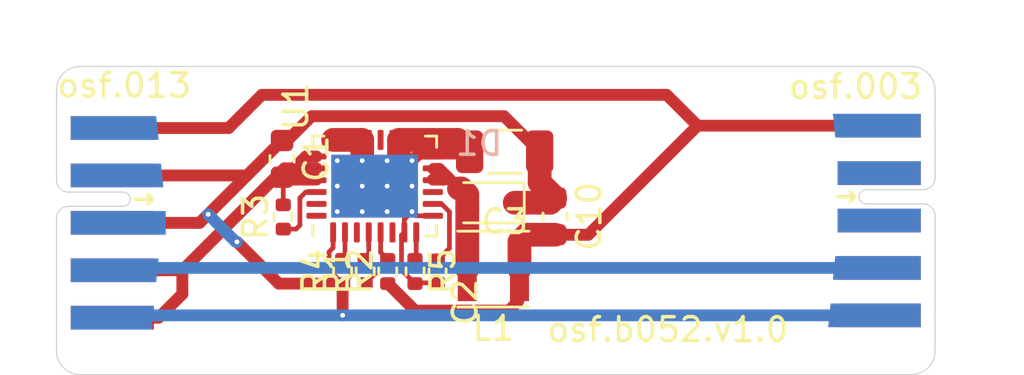
<source format=kicad_pcb>
(kicad_pcb (version 20211014) (generator pcbnew)
  (layers (0 "F.Cu" signal) (31 "B.Cu" signal) (34 "B.Paste" user) (35 "F.Paste" user) (36 "B.SilkS" user "B.Silkscreen") (37 "F.SilkS" user "F.Silkscreen") (38 "B.Mask" user) (39 "F.Mask" user) (44 "Edge.Cuts" user))
  (net 0 "")
  (net 1 "GND")
  (net 2 "/Controller/VCC")
  (net 3 "/Controller/SW")
  (net 4 "/Controller/PoE-")
  (net 5 "/Controller/GNDPWR")
  (net 6 "/Controller/5V")
  (net 7 "/Controller/FB2")
  (net 8 "/Controller/CLASS")
  (net 9 "/Controller/DET")
  (net 10 "/Controller/ILIM")
  (net 13 "Net-(J1-Pad9)")
  (footprint "on_edge:on_edge_2x05_device" (layer "F.Cu") (at 77 80.6 -90)
    (fp_text reference "J1")
    (fp_text value "013_PoE_rectified")
    (fp_line (start -1 -4.05) (end -0.8 -3.85) (layer "F.SilkS") (width 0.153))
    (fp_line (start -1.2 -3.85) (end -1 -4.05) (layer "F.SilkS") (width 0.153))
    (fp_line (start -1 -4.05) (end -1 -3.323) (layer "F.SilkS") (width 0.153))
    (fp_line (start -0.2 0) (end 4 0) (layer "Edge.Cuts") (width 0.05))
    (fp_line (start -0.7 -0.5) (end -0.7 -2.8) (layer "Edge.Cuts") (width 0.05))
    (fp_line (start -1.3 -2.8) (end -1.3 -0.5) (layer "Edge.Cuts") (width 0.05))
    (fp_line (start -4 0) (end -1.8 0) (layer "Edge.Cuts") (width 0.05))
    (fp_arc (start -1.3 -2.8) (mid -1 -3.1) (end -0.7 -2.8) (layer "Edge.Cuts") (width 0.05))
    (fp_arc (start -0.2 0) (mid -0.553553 -0.146447) (end -0.7 -0.5) (layer "Edge.Cuts") (width 0.05))
    (fp_arc (start -1.3 -0.5) (mid -1.446447 -0.146447) (end -1.8 0) (layer "Edge.Cuts") (width 0.05))
    (pad "1" smd rect (at -4 -2.35 90) (size 1 3.5) (layers "F.Cu" "F.Mask") (net 1 "GND"))
    (pad "2" smd rect (at -2 -2.35 270) (size 1 3.5) (layers "F.Cu" "F.Mask") (net 6 "/Controller/5V"))
    (pad "3" smd rect (at 0 -2.35 270) (size 1 3.5) (layers "F.Cu" "F.Mask") (net 6 "/Controller/5V"))
    (pad "4" smd rect (at 2 -2.35 90) (size 1 3.5) (layers "F.Cu" "F.Mask") (net 4 "/Controller/PoE-"))
    (pad "5" smd rect (at 4 -2.35 90) (size 1 3.5) (layers "F.Cu" "F.Mask") (net 4 "/Controller/PoE-"))
    (pad "6" smd custom (at -4 -2.4 270) (size 1 3.6) (layers "B.Cu" "B.Mask") (options (clearance outline) (anchor rect)) (primitives (gr_poly (pts (xy 0.5 -1.8) (xy 0.5 -1.9) (xy -0.5 -1.8)) (width 0) (fill yes))))
    (pad "7" smd custom (at -2 -2.1 270) (size 1 3) (layers "B.Cu" "B.Mask") (options (clearance outline) (anchor rect)) (primitives (gr_poly (pts (xy 0.3 -0.51) (xy 0.31 -0.62) (xy 0.33 -0.7) (xy 0.35 -0.76) (xy 0.37 -0.81) (xy 0.4 -0.86) (xy 0.44 -0.92) (xy 0.48 -0.97) (xy 0.5 -0.99) (xy 0.5 -2.4) (xy -0.5 -2.3) (xy -0.5 1.5) (xy 0.3 1.5)) (width 0) (fill yes))))
    (pad "8" smd rect (at 0 -2.6 270) (size 1 4) (layers "B.Cu" "B.Mask"))
    (pad "9" smd custom (at 2 -2.4 270) (size 1 3.6) (layers "B.Cu" "B.Mask") (net 13 "Net-(J1-Pad9)") (options (clearance outline) (anchor rect)) (primitives (gr_poly (pts (xy -0.5 -1.8) (xy -0.5 -1.9) (xy 0.5 -1.8)) (width 0) (fill yes))))
    (pad "10" smd custom (at 4 -2.3 270) (size 1 3.4) (layers "B.Cu" "B.Mask") (net 6 "/Controller/5V") (options (clearance outline) (anchor rect)) (primitives (gr_poly (pts (xy -0.5 -1.7) (xy -0.5 -1.8) (xy 0.5 -1.7)) (width 0) (fill yes))))
  )
  (footprint "Capacitor_SMD:C_0603_1608Metric" (layer "F.Cu") (at 86.5 77.9 -90)
    (fp_text reference "C1" (at 0 -1.43 90) (layer "F.SilkS"))
    (fp_text value "100nF")
    (fp_line (start -0.14058 -0.51) (end 0.14058 -0.51) (layer "F.SilkS") (width 0.12))
    (fp_line (start -0.14058 0.51) (end 0.14058 0.51) (layer "F.SilkS") (width 0.12))
    (pad "1" smd roundrect (at -0.775 0 270) (size 0.9 0.95) (layers "F.Cu" "F.Paste" "F.Mask") (net 6 "/Controller/5V"))
    (pad "2" smd roundrect (at 0.775 0 270) (size 0.9 0.95) (layers "F.Cu" "F.Paste" "F.Mask") (net 4 "/Controller/PoE-"))
  )
  (footprint "Capacitor_SMD:C_0402_1005Metric" (layer "F.Cu") (at 93.05 82.65 -90)
    (fp_text reference "C2" (at 1.3 -1.16 90) (layer "F.SilkS"))
    (fp_text value "1uF")
    (fp_line (start -0.107836 -0.36) (end 0.107836 -0.36) (layer "F.SilkS") (width 0.12))
    (fp_line (start -0.107836 0.36) (end 0.107836 0.36) (layer "F.SilkS") (width 0.12))
    (pad "1" smd roundrect (at -0.48 0 270) (size 0.56 0.62) (layers "F.Cu" "F.Paste" "F.Mask") (net 2 "/Controller/VCC"))
    (pad "2" smd roundrect (at 0.48 0 270) (size 0.56 0.62) (layers "F.Cu" "F.Paste" "F.Mask") (net 5 "/Controller/GNDPWR"))
  )
  (footprint "Resistor_SMD:R_0402_1005Metric" (layer "F.Cu") (at 90 82.65 90)
    (fp_text reference "R1" (at 0 -1.17 90) (layer "F.SilkS"))
    (fp_text value "59k")
    (fp_line (start -0.153641 0.38) (end 0.153641 0.38) (layer "F.SilkS") (width 0.12))
    (fp_line (start -0.153641 -0.38) (end 0.153641 -0.38) (layer "F.SilkS") (width 0.12))
    (pad "1" smd roundrect (at -0.51 0 90) (size 0.54 0.64) (layers "F.Cu" "F.Paste" "F.Mask") (net 7 "/Controller/FB2"))
    (pad "2" smd roundrect (at 0.51 0 90) (size 0.54 0.64) (layers "F.Cu" "F.Paste" "F.Mask") (net 6 "/Controller/5V"))
  )
  (footprint "Resistor_SMD:R_0402_1005Metric" (layer "F.Cu") (at 90.95 82.65 90)
    (fp_text reference "R2" (at 0 -1.17 90) (layer "F.SilkS"))
    (fp_text value "100k")
    (fp_line (start -0.153641 0.38) (end 0.153641 0.38) (layer "F.SilkS") (width 0.12))
    (fp_line (start -0.153641 -0.38) (end 0.153641 -0.38) (layer "F.SilkS") (width 0.12))
    (pad "1" smd roundrect (at -0.51 0 90) (size 0.54 0.64) (layers "F.Cu" "F.Paste" "F.Mask") (net 1 "GND"))
    (pad "2" smd roundrect (at 0.51 0 90) (size 0.54 0.64) (layers "F.Cu" "F.Paste" "F.Mask") (net 7 "/Controller/FB2"))
  )
  (footprint "Resistor_SMD:R_0402_1005Metric" (layer "F.Cu") (at 86.55 80.35 90)
    (fp_text reference "R3" (at 0 -1.17 90) (layer "F.SilkS"))
    (fp_text value "41.2R")
    (fp_line (start -0.153641 0.38) (end 0.153641 0.38) (layer "F.SilkS") (width 0.12))
    (fp_line (start -0.153641 -0.38) (end 0.153641 -0.38) (layer "F.SilkS") (width 0.12))
    (pad "1" smd roundrect (at -0.51 0 90) (size 0.54 0.64) (layers "F.Cu" "F.Paste" "F.Mask") (net 8 "/Controller/CLASS"))
    (pad "2" smd roundrect (at 0.51 0 90) (size 0.54 0.64) (layers "F.Cu" "F.Paste" "F.Mask") (net 4 "/Controller/PoE-"))
  )
  (footprint "Resistor_SMD:R_0402_1005Metric" (layer "F.Cu") (at 92.1 82.65 -90)
    (fp_text reference "R5" (at 0 -1.17 90) (layer "F.SilkS"))
    (fp_text value "100k")
    (fp_line (start -0.153641 0.38) (end 0.153641 0.38) (layer "F.SilkS") (width 0.12))
    (fp_line (start -0.153641 -0.38) (end 0.153641 -0.38) (layer "F.SilkS") (width 0.12))
    (pad "1" smd roundrect (at -0.51 0 270) (size 0.54 0.64) (layers "F.Cu" "F.Paste" "F.Mask") (net 10 "/Controller/ILIM"))
    (pad "2" smd roundrect (at 0.51 0 270) (size 0.54 0.64) (layers "F.Cu" "F.Paste" "F.Mask") (net 5 "/Controller/GNDPWR"))
  )
  (footprint "Package_DFN_QFN:QFN-28-1EP_4x5mm_P0.5mm_EP2.65x3.65mm_ThermalVias" (layer "F.Cu") (at 90.4 79.05 90)
    (fp_text reference "U1" (at 3.35 -3.32 90) (layer "F.SilkS"))
    (fp_text value "MP8007")
    (fp_line (start 1.635 2.61) (end 2.11 2.61) (layer "F.SilkS") (width 0.12))
    (fp_line (start 2.11 -2.61) (end 2.11 -2.135) (layer "F.SilkS") (width 0.12))
    (fp_line (start -1.635 -2.61) (end -2.11 -2.61) (layer "F.SilkS") (width 0.12))
    (fp_line (start 2.11 2.61) (end 2.11 2.135) (layer "F.SilkS") (width 0.12))
    (fp_line (start 1.635 -2.61) (end 2.11 -2.61) (layer "F.SilkS") (width 0.12))
    (fp_line (start -1.635 2.61) (end -2.11 2.61) (layer "F.SilkS") (width 0.12))
    (fp_line (start -2.11 2.61) (end -2.11 2.135) (layer "F.SilkS") (width 0.12))
    (pad "1" smd roundrect (at -1.95 -1.75 90) (size 0.85 0.25) (layers "F.Cu" "F.Paste" "F.Mask") (net 6 "/Controller/5V"))
    (pad "2" smd roundrect (at -1.95 -1.25 90) (size 0.85 0.25) (layers "F.Cu" "F.Paste" "F.Mask") (net 9 "/Controller/DET"))
    (pad "3" smd roundrect (at -1.95 -0.75 90) (size 0.85 0.25) (layers "F.Cu" "F.Paste" "F.Mask"))
    (pad "4" smd roundrect (at -1.95 -0.25 90) (size 0.85 0.25) (layers "F.Cu" "F.Paste" "F.Mask") (net 6 "/Controller/5V"))
    (pad "5" smd roundrect (at -1.95 0.25 90) (size 0.85 0.25) (layers "F.Cu" "F.Paste" "F.Mask") (net 7 "/Controller/FB2"))
    (pad "6" smd roundrect (at -1.95 0.75 90) (size 0.85 0.25) (layers "F.Cu" "F.Paste" "F.Mask"))
    (pad "7" smd roundrect (at -1.95 1.25 90) (size 0.85 0.25) (layers "F.Cu" "F.Paste" "F.Mask") (net 5 "/Controller/GNDPWR"))
    (pad "8" smd roundrect (at -1.95 1.75 90) (size 0.85 0.25) (layers "F.Cu" "F.Paste" "F.Mask") (net 10 "/Controller/ILIM"))
    (pad "9" smd roundrect (at -1.25 2.45 90) (size 0.25 0.85) (layers "F.Cu" "F.Paste" "F.Mask") (net 5 "/Controller/GNDPWR"))
    (pad "10" smd roundrect (at -0.75 2.45 90) (size 0.25 0.85) (layers "F.Cu" "F.Paste" "F.Mask") (net 2 "/Controller/VCC"))
    (pad "11" smd roundrect (at -0.25 2.45 90) (size 0.25 0.85) (layers "F.Cu" "F.Paste" "F.Mask"))
    (pad "12" smd roundrect (at 0.25 2.45 90) (size 0.25 0.85) (layers "F.Cu" "F.Paste" "F.Mask") (net 3 "/Controller/SW"))
    (pad "13" smd roundrect (at 0.75 2.45 90) (size 0.25 0.85) (layers "F.Cu" "F.Paste" "F.Mask") (net 3 "/Controller/SW"))
    (pad "14" smd roundrect (at 1.25 2.45 90) (size 0.25 0.85) (layers "F.Cu" "F.Paste" "F.Mask") (net 5 "/Controller/GNDPWR"))
    (pad "15" smd roundrect (at 1.95 1.75 90) (size 0.85 0.25) (layers "F.Cu" "F.Paste" "F.Mask") (net 5 "/Controller/GNDPWR"))
    (pad "16" smd roundrect (at 1.95 1.25 90) (size 0.85 0.25) (layers "F.Cu" "F.Paste" "F.Mask") (net 5 "/Controller/GNDPWR"))
    (pad "17" smd roundrect (at 1.95 0.75 90) (size 0.85 0.25) (layers "F.Cu" "F.Paste" "F.Mask") (net 5 "/Controller/GNDPWR"))
    (pad "18" smd roundrect (at 1.95 0.25 90) (size 0.85 0.25) (layers "F.Cu" "F.Paste" "F.Mask"))
    (pad "19" smd roundrect (at 1.95 -0.25 90) (size 0.85 0.25) (layers "F.Cu" "F.Paste" "F.Mask") (net 5 "/Controller/GNDPWR"))
    (pad "20" smd roundrect (at 1.95 -0.75 90) (size 0.85 0.25) (layers "F.Cu" "F.Paste" "F.Mask") (net 5 "/Controller/GNDPWR"))
    (pad "21" smd roundrect (at 1.95 -1.25 90) (size 0.85 0.25) (layers "F.Cu" "F.Paste" "F.Mask") (net 5 "/Controller/GNDPWR"))
    (pad "22" smd roundrect (at 1.95 -1.75 90) (size 0.85 0.25) (layers "F.Cu" "F.Paste" "F.Mask") (net 5 "/Controller/GNDPWR"))
    (pad "23" smd roundrect (at 1.25 -2.45 90) (size 0.25 0.85) (layers "F.Cu" "F.Paste" "F.Mask") (net 4 "/Controller/PoE-"))
    (pad "24" smd roundrect (at 0.75 -2.45 90) (size 0.25 0.85) (layers "F.Cu" "F.Paste" "F.Mask") (net 4 "/Controller/PoE-"))
    (pad "25" smd roundrect (at 0.25 -2.45 90) (size 0.25 0.85) (layers "F.Cu" "F.Paste" "F.Mask") (net 4 "/Controller/PoE-"))
    (pad "26" smd roundrect (at -0.25 -2.45 90) (size 0.25 0.85) (layers "F.Cu" "F.Paste" "F.Mask") (net 8 "/Controller/CLASS"))
    (pad "27" smd roundrect (at -0.75 -2.45 90) (size 0.25 0.85) (layers "F.Cu" "F.Paste" "F.Mask"))
    (pad "28" smd roundrect (at -1.25 -2.45 90) (size 0.25 0.85) (layers "F.Cu" "F.Paste" "F.Mask"))
    (pad "29" thru_hole circle (at 0 -1.575 90) (size 0.5 0.5) (drill 0.2) (layers *.Cu) (net 5 "/Controller/GNDPWR"))
    (pad "29" smd rect (at 0 0 90) (size 2.65 3.65) (layers "F.Cu" "F.Mask") (net 5 "/Controller/GNDPWR"))
    (pad "29" thru_hole circle (at -1.075 -0.525 90) (size 0.5 0.5) (drill 0.2) (layers *.Cu) (net 5 "/Controller/GNDPWR"))
    (pad "29" thru_hole circle (at 1.075 -0.525 90) (size 0.5 0.5) (drill 0.2) (layers *.Cu) (net 5 "/Controller/GNDPWR"))
    (pad "29" thru_hole circle (at 0 1.575 90) (size 0.5 0.5) (drill 0.2) (layers *.Cu) (net 5 "/Controller/GNDPWR"))
    (pad "29" thru_hole circle (at 1.075 0.525 90) (size 0.5 0.5) (drill 0.2) (layers *.Cu) (net 5 "/Controller/GNDPWR"))
    (pad "29" thru_hole circle (at -1.075 1.575 90) (size 0.5 0.5) (drill 0.2) (layers *.Cu) (net 5 "/Controller/GNDPWR"))
    (pad "29" thru_hole circle (at -1.075 0.525 90) (size 0.5 0.5) (drill 0.2) (layers *.Cu) (net 5 "/Controller/GNDPWR"))
    (pad "29" thru_hole circle (at 1.075 1.575 90) (size 0.5 0.5) (drill 0.2) (layers *.Cu) (net 5 "/Controller/GNDPWR"))
    (pad "29" thru_hole circle (at -1.075 -1.575 90) (size 0.5 0.5) (drill 0.2) (layers *.Cu) (net 5 "/Controller/GNDPWR"))
    (pad "29" thru_hole circle (at 0 -0.525 90) (size 0.5 0.5) (drill 0.2) (layers *.Cu) (net 5 "/Controller/GNDPWR"))
    (pad "29" thru_hole circle (at 1.075 -1.575 90) (size 0.5 0.5) (drill 0.2) (layers *.Cu) (net 5 "/Controller/GNDPWR"))
    (pad "29" thru_hole circle (at 0 0.525 90) (size 0.5 0.5) (drill 0.2) (layers *.Cu) (net 5 "/Controller/GNDPWR"))
    (pad "29" smd rect (at 0 0 90) (size 2.65 3.65) (layers "B.Cu") (net 5 "/Controller/GNDPWR"))
  )
  (footprint "Inductor_SMD:L_Taiyo-Yuden_NR-30xx" (layer "F.Cu") (at 95.4 82.55 180)
    (fp_text reference "L1" (at 0 -2.5) (layer "F.SilkS"))
    (fp_text value "22uH")
    (fp_line (start -1.5 -1.6) (end 1.5 -1.6) (layer "F.SilkS") (width 0.12))
    (fp_line (start -1.5 1.6) (end 1.5 1.6) (layer "F.SilkS") (width 0.12))
    (pad "1" smd rect (at -1.1 0 180) (size 0.8 2.7) (layers "F.Cu" "F.Paste" "F.Mask") (net 1 "GND"))
    (pad "2" smd rect (at 1.1 0 180) (size 0.8 2.7) (layers "F.Cu" "F.Paste" "F.Mask") (net 3 "/Controller/SW"))
  )
  (footprint "on_edge:on_edge_2x05_host" (layer "F.Cu") (at 114 80.5 -90)
    (fp_text reference "J2")
    (fp_text value "003_power")
    (fp_line (start -1 4.1) (end -1 3.373) (layer "F.SilkS") (width 0.153))
    (fp_line (start -0.8 3.573) (end -1 3.373) (layer "F.SilkS") (width 0.153))
    (fp_line (start -1 3.373) (end -1.2 3.573) (layer "F.SilkS") (width 0.153))
    (fp_line (start -4 0) (end -1.8 0) (layer "Edge.Cuts") (width 0.05))
    (fp_line (start -0.2 0) (end 4 0) (layer "Edge.Cuts") (width 0.05))
    (fp_line (start -0.7 2.9) (end -0.7 0.5) (layer "Edge.Cuts") (width 0.05))
    (fp_line (start -1.3 0.5) (end -1.3 2.9) (layer "Edge.Cuts") (width 0.05))
    (fp_arc (start -1.8 0) (mid -1.446447 0.146447) (end -1.3 0.5) (layer "Edge.Cuts") (width 0.05))
    (fp_arc (start -0.7 0.5) (mid -0.553553 0.146447) (end -0.2 0) (layer "Edge.Cuts") (width 0.05))
    (fp_arc (start -0.7 2.9) (mid -1 3.2) (end -1.3 2.9) (layer "Edge.Cuts") (width 0.05))
    (pad "1" smd rect (at -4 2.35 270) (size 1 3.5) (layers "F.Cu" "F.Mask") (net 1 "GND"))
    (pad "2" smd rect (at -2 2.35 270) (size 1 3.5) (layers "F.Cu" "F.Mask"))
    (pad "3" smd rect (at 0 2.35 270) (size 1 3.5) (layers "F.Cu" "F.Mask"))
    (pad "4" smd rect (at 2 2.35 270) (size 1 3.5) (layers "F.Cu" "F.Mask"))
    (pad "5" smd rect (at 4 2.35 270) (size 1 3.5) (layers "F.Cu" "F.Mask"))
    (pad "6" smd custom (at -4 2.4 90) (size 1 3.6) (layers "B.Cu" "B.Mask") (options (clearance outline) (anchor rect)) (primitives (gr_poly (pts (xy 0.5 -1.8) (xy -0.5 -1.8) (xy 0.5 -1.9)) (width 0) (fill yes))))
    (pad "7" smd rect (at -2 2.35 90) (size 1 3.5) (layers "B.Cu" "B.Mask"))
    (pad "8" smd rect (at 0 2.35 90) (size 1 3.5) (layers "B.Cu" "B.Mask"))
    (pad "9" smd custom (at 2 2.4 90) (size 1 3.6) (layers "B.Cu" "B.Mask") (net 13 "Net-(J1-Pad9)") (options (clearance outline) (anchor rect)) (primitives (gr_poly (pts (xy 0.5 -1.8) (xy -0.5 -1.8) (xy -0.5 -1.9)) (width 0) (fill yes))))
    (pad "10" smd custom (at 4 2.5 90) (size 1 3.8) (layers "B.Cu" "B.Mask") (net 6 "/Controller/5V") (options (clearance outline) (anchor rect)) (primitives (gr_poly (pts (xy 0.5 -1.9) (xy -0.5 -1.9) (xy -0.5 -2)) (width 0) (fill yes))))
  )
  (footprint "Resistor_SMD:R_0402_1005Metric" (layer "F.Cu") (at 89.05 82.65 90)
    (fp_text reference "R4" (at 0 -1.17 90) (layer "F.SilkS"))
    (fp_text value "24.9k")
    (fp_line (start -0.153641 0.38) (end 0.153641 0.38) (layer "F.SilkS") (width 0.12))
    (fp_line (start -0.153641 -0.38) (end 0.153641 -0.38) (layer "F.SilkS") (width 0.12))
    (pad "1" smd roundrect (at -0.51 0 90) (size 0.54 0.64) (layers "F.Cu" "F.Paste" "F.Mask") (net 6 "/Controller/5V"))
    (pad "2" smd roundrect (at 0.51 0 90) (size 0.54 0.64) (layers "F.Cu" "F.Paste" "F.Mask") (net 9 "/Controller/DET"))
  )
  (footprint "Capacitor_SMD:C_0603_1608Metric" (layer "F.Cu") (at 98 80.325 -90)
    (fp_text reference "C10" (at 0 -1.43 90) (layer "F.SilkS"))
    (fp_text value "22uF")
    (fp_line (start -0.14058 -0.51) (end 0.14058 -0.51) (layer "F.SilkS") (width 0.12))
    (fp_line (start -0.14058 0.51) (end 0.14058 0.51) (layer "F.SilkS") (width 0.12))
    (pad "1" smd roundrect (at -0.775 0 270) (size 0.9 0.95) (layers "F.Cu" "F.Paste" "F.Mask") (net 6 "/Controller/5V"))
    (pad "2" smd roundrect (at 0.775 0 270) (size 0.9 0.95) (layers "F.Cu" "F.Paste" "F.Mask") (net 1 "GND"))
  )
  (footprint "Diode_SMD:D_SOD-323F" (layer "F.Cu") (at 95.2 79.75 180)
    (fp_text reference "D1" (at 0.4 2.5) (layer "B.SilkS") (effects (justify mirror)))
    (fp_text value "DSS110U")
    (fp_line (start -1.5 -0.85) (end -1.5 0.85) (layer "F.SilkS") (width 0.12))
    (fp_line (start -1.5 0.85) (end 1.05 0.85) (layer "F.SilkS") (width 0.12))
    (fp_line (start -1.5 -0.85) (end 1.05 -0.85) (layer "F.SilkS") (width 0.12))
    (pad "1" smd rect (at -1.1 0 180) (size 0.5 0.5) (layers "F.Cu" "F.Paste" "F.Mask") (net 6 "/Controller/5V"))
    (pad "2" smd rect (at 1.1 0 180) (size 0.5 0.5) (layers "F.Cu" "F.Paste" "F.Mask") (net 3 "/Controller/SW"))
  )
  (footprint "Capacitor_SMD:C_1206_3216Metric" (layer "F.Cu") (at 95.875 77.6 180)
    (fp_text reference "C3" (at 0 -2.95) (layer "F.SilkS"))
    (fp_text value "2.2uF")
    (fp_line (start -0.711252 0.91) (end 0.711252 0.91) (layer "F.SilkS") (width 0.12))
    (fp_line (start -0.711252 -0.91) (end 0.711252 -0.91) (layer "F.SilkS") (width 0.12))
    (pad "1" smd roundrect (at -1.475 0 180) (size 1.15 1.8) (layers "F.Cu" "F.Paste" "F.Mask") (roundrect_rratio 0.217391) (net 6 "/Controller/5V"))
    (pad "2" smd roundrect (at 1.475 0 180) (size 1.15 1.8) (layers "F.Cu" "F.Paste" "F.Mask") (roundrect_rratio 0.217391) (net 5 "/Controller/GNDPWR"))
  )
  (gr_line (start 113 87) (end 78 87) (layer "Edge.Cuts") (width 0.05))
  (gr_line (start 77 86) (end 77 84.6) (layer "Edge.Cuts") (width 0.05))
  (gr_line (start 78 74) (end 113 74) (layer "Edge.Cuts") (width 0.05))
  (gr_line (start 114 76.5) (end 114 75) (layer "Edge.Cuts") (width 0.05))
  (gr_line (start 77 76.6) (end 77 75) (layer "Edge.Cuts") (width 0.05))
  (gr_arc (start 113 74) (mid 113.707107 74.292893) (end 114 75) (layer "Edge.Cuts") (width 0.05))
  (gr_arc (start 77 75) (mid 77.292893 74.292893) (end 78 74) (layer "Edge.Cuts") (width 0.05))
  (gr_arc (start 78 87) (mid 77.292893 86.707107) (end 77 86) (layer "Edge.Cuts") (width 0.05))
  (gr_line (start 114 86) (end 114 84.5) (layer "Edge.Cuts") (width 0.05))
  (gr_arc (start 114 86) (mid 113.707107 86.707107) (end 113 87) (layer "Edge.Cuts") (width 0.05))
  (gr_text "osf.003" (at 110.65 74.85) (layer "F.SilkS") (effects (font (size 1 1))))
  (gr_text "osf.013" (at 79.85 74.8) (layer "F.SilkS") (effects (font (size 1 1))))
  (gr_text "osf.b052.v1.0" (at 102.75 85.1) (layer "F.SilkS") (effects (font (size 1 1))))
  (segment (start 90.95 83.16) (end 90.96 83.16) (width 0.5) (layer "F.Cu") (net 1))
  (segment (start 96.8 81.1) (end 96.5 81.4) (width 1) (layer "F.Cu") (net 1))
  (segment (start 99.4 81.1) (end 98 81.1) (width 0.5) (layer "F.Cu") (net 1))
  (segment (start 85.65 75.2) (end 102.7 75.2) (width 0.5) (layer "F.Cu") (net 1))
  (segment (start 111.65 76.5) (end 104 76.5) (width 0.5) (layer "F.Cu") (net 1))
  (segment (start 84.25 76.6) (end 85.65 75.2) (width 0.5) (layer "F.Cu") (net 1))
  (segment (start 96.05 84.3) (end 96.45 83.9) (width 0.5) (layer "F.Cu") (net 1))
  (segment (start 96.5 81.4) (end 96.5 82.55) (width 1) (layer "F.Cu") (net 1))
  (segment (start 98 81.1) (end 96.8 81.1) (width 1) (layer "F.Cu") (net 1))
  (segment (start 102.7 75.2) (end 104 76.5) (width 0.5) (layer "F.Cu") (net 1))
  (segment (start 79.35 76.6) (end 84.25 76.6) (width 0.5) (layer "F.Cu") (net 1))
  (segment (start 104 76.5) (end 99.4 81.1) (width 0.5) (layer "F.Cu") (net 1))
  (segment (start 90.96 83.16) (end 92.1 84.3) (width 0.5) (layer "F.Cu") (net 1))
  (segment (start 92.1 84.3) (end 96.05 84.3) (width 0.5) (layer "F.Cu") (net 1))
  (segment (start 93.55 81.67) (end 93.05 82.17) (width 0.2) (layer "F.Cu") (net 2))
  (segment (start 93.216942 79.8) (end 93.55 80.133058) (width 0.2) (layer "F.Cu") (net 2))
  (segment (start 92.85 79.8) (end 93.216942 79.8) (width 0.2) (layer "F.Cu") (net 2))
  (segment (start 93.55 80.133058) (end 93.55 81.67) (width 0.2) (layer "F.Cu") (net 2))
  (segment (start 93.45 78.65) (end 93.125 78.325) (width 0.5) (layer "F.Cu") (net 3))
  (segment (start 94.3 79.4) (end 94.05 79.15) (width 1) (layer "F.Cu") (net 3))
  (segment (start 93.125 78.325) (end 92.875 78.325) (width 0.5) (layer "F.Cu") (net 3))
  (segment (start 94.3 80.1) (end 94.3 79.4) (width 1) (layer "F.Cu") (net 3))
  (segment (start 93.95 79.15) (end 93.45 78.65) (width 0.5) (layer "F.Cu") (net 3))
  (segment (start 94.3 82.55) (end 94.3 79.95) (width 1) (layer "F.Cu") (net 3))
  (segment (start 93.325 78.775) (end 92.85 78.775) (width 0.5) (layer "F.Cu") (net 3))
  (segment (start 93.45 78.65) (end 93.325 78.775) (width 0.5) (layer "F.Cu") (net 3))
  (segment (start 94.05 79.15) (end 93.95 79.15) (width 1) (layer "F.Cu") (net 3))
  (segment (start 86.6 78.3) (end 86.45 78.45) (width 0.5) (layer "F.Cu") (net 4))
  (segment (start 82.3 83.6) (end 82.3 82.6) (width 0.5) (layer "F.Cu") (net 4))
  (segment (start 82.3 82.6) (end 86.45 78.45) (width 0.5) (layer "F.Cu") (net 4))
  (segment (start 86.55 78.725) (end 86.5 78.675) (width 0.2) (layer "F.Cu") (net 4))
  (segment (start 79.35 84.6) (end 81.3 84.6) (width 0.5) (layer "F.Cu") (net 4))
  (segment (start 86.775 78.775) (end 87.95 78.775) (width 0.5) (layer "F.Cu") (net 4))
  (segment (start 86.45 78.45) (end 86.775 78.775) (width 0.5) (layer "F.Cu") (net 4))
  (segment (start 79.35 82.6) (end 82.3 82.6) (width 0.5) (layer "F.Cu") (net 4))
  (segment (start 87.95 77.8) (end 87.5 77.8) (width 0.5) (layer "F.Cu") (net 4))
  (segment (start 81.3 84.6) (end 82.3 83.6) (width 0.5) (layer "F.Cu") (net 4))
  (segment (start 87.5 77.8) (end 87.05 78.25) (width 0.5) (layer "F.Cu") (net 4))
  (segment (start 86.55 79.84) (end 86.55 78.725) (width 0.2) (layer "F.Cu") (net 4))
  (segment (start 87.95 78.3) (end 86.6 78.3) (width 0.5) (layer "F.Cu") (net 4))
  (segment (start 91.425 77.1) (end 91.425 78.025) (width 1) (layer "F.Cu") (net 5))
  (segment (start 94.4 77.6) (end 93.9 77.1) (width 1) (layer "F.Cu") (net 5))
  (segment (start 91.65 81) (end 91.53 81.12) (width 0.2) (layer "F.Cu") (net 5))
  (segment (start 92.85 80.3) (end 92.15 80.3) (width 0.2) (layer "F.Cu") (net 5))
  (segment (start 92.3 77.7) (end 92.325 77.675) (width 0.5) (layer "F.Cu") (net 5))
  (segment (start 89.875 78.525) (end 90.4 79.05) (width 1) (layer "F.Cu") (net 5))
  (segment (start 88.65 77.1) (end 89.875 77.1) (width 1) (layer "F.Cu") (net 5))
  (segment (start 93.05 83.13) (end 92.13 83.13) (width 0.2) (layer "F.Cu") (net 5))
  (segment (start 91.65 80.45) (end 91.975 80.125) (width 0.2) (layer "F.Cu") (net 5))
  (segment (start 92.15 80.3) (end 91.975 80.125) (width 0.2) (layer "F.Cu") (net 5))
  (segment (start 91.53 81.12) (end 91.53 82.59) (width 0.2) (layer "F.Cu") (net 5))
  (segment (start 91.65 81) (end 91.65 80.45) (width 0.2) (layer "F.Cu") (net 5))
  (segment (start 94.325 77.675) (end 94.4 77.6) (width 0.5) (layer "F.Cu") (net 5))
  (segment (start 92.325 77.675) (end 94.325 77.675) (width 0.5) (layer "F.Cu") (net 5))
  (segment (start 91.975 77.975) (end 92.25 77.7) (width 0.5) (layer "F.Cu") (net 5))
  (segment (start 89.875 77.1) (end 89.875 78.525) (width 1) (layer "F.Cu") (net 5))
  (segment (start 93.9 77.1) (end 92.15 77.1) (width 1) (layer "F.Cu") (net 5))
  (segment (start 92.13 83.13) (end 92.1 83.16) (width 0.2) (layer "F.Cu") (net 5))
  (segment (start 92.25 77.7) (end 92.3 77.7) (width 0.5) (layer "F.Cu") (net 5))
  (segment (start 91.53 82.59) (end 92.1 83.16) (width 0.2) (layer "F.Cu") (net 5))
  (segment (start 91.425 78.025) (end 90.4 79.05) (width 1) (layer "F.Cu") (net 5))
  (segment (start 92.15 77.1) (end 91.425 77.1) (width 1) (layer "F.Cu") (net 5))
  (segment (start 88.48 82.59) (end 89.05 83.16) (width 0.2) (layer "F.Cu") (net 6))
  (segment (start 88.65 81) (end 88.65 81.65) (width 0.2) (layer "F.Cu") (net 6))
  (segment (start 79.35 78.6) (end 85.025 78.6) (width 0.5) (layer "F.Cu") (net 6))
  (segment (start 86.725 77.125) (end 87.75 76.1) (width 0.5) (layer "F.Cu") (net 6))
  (segment (start 85.025 78.6) (end 86.5 77.125) (width 0.5) (layer "F.Cu") (net 6))
  (segment (start 90 82.21) (end 89.05 83.16) (width 0.2) (layer "F.Cu") (net 6))
  (segment (start 97.35 78.9) (end 98 79.55) (width 1) (layer "F.Cu") (net 6))
  (segment (start 83.3875 80.2375) (end 85.025 78.6) (width 0.5) (layer "F.Cu") (net 6))
  (segment (start 90 82.14) (end 90 82.21) (width 0.2) (layer "F.Cu") (net 6))
  (segment (start 79.35 80.6) (end 83.025 80.6) (width 0.5) (layer "F.Cu") (net 6))
  (segment (start 97.35 77.6) (end 97.35 78.9) (width 1) (layer "F.Cu") (net 6))
  (segment (start 89.05 83.16) (end 89.05 84.5) (width 0.5) (layer "F.Cu") (net 6))
  (segment (start 86.5 77.125) (end 86.725 77.125) (width 0.5) (layer "F.Cu") (net 6))
  (segment (start 96.3 79.75) (end 97.8 79.75) (width 1) (layer "F.Cu") (net 6))
  (segment (start 88.48 81.82) (end 88.48 82.59) (width 0.2) (layer "F.Cu") (net 6))
  (segment (start 90.15 81) (end 90.15 81.99) (width 0.2) (layer "F.Cu") (net 6))
  (segment (start 83.025 80.6) (end 83.3875 80.2375) (width 0.5) (layer "F.Cu") (net 6))
  (segment (start 89.05 83.16) (end 86.36 83.16) (width 0.5) (layer "F.Cu") (net 6))
  (segment (start 97.8 79.75) (end 98 79.55) (width 1) (layer "F.Cu") (net 6))
  (segment (start 88.65 81.65) (end 88.48 81.82) (width 0.2) (layer "F.Cu") (net 6))
  (segment (start 87.75 76.1) (end 95.85 76.1) (width 0.5) (layer "F.Cu") (net 6))
  (segment (start 90.15 81.99) (end 90 82.14) (width 0.2) (layer "F.Cu") (net 6))
  (segment (start 95.85 76.1) (end 97.35 77.6) (width 0.5) (layer "F.Cu") (net 6))
  (segment (start 86.36 83.16) (end 84.6 81.4) (width 0.5) (layer "F.Cu") (net 6))
  (via (at 84.6 81.4) (size 0.45) (drill 0.2) (layers "F.Cu" "B.Cu") (net 6))
  (via (at 83.3875 80.2375) (size 0.45) (drill 0.2) (layers "F.Cu" "B.Cu") (net 6))
  (via (at 89.05 84.5) (size 0.45) (drill 0.2) (layers "F.Cu" "B.Cu") (net 6))
  (segment (start 89.05 84.5) (end 79.4 84.5) (width 0.5) (layer "B.Cu") (net 6))
  (segment (start 84.55 81.4) (end 83.3875 80.2375) (width 0.5) (layer "B.Cu") (net 6))
  (segment (start 111.5 84.5) (end 89.05 84.5) (width 0.5) (layer "B.Cu") (net 6))
  (segment (start 79.4 84.5) (end 79.3 84.6) (width 0.5) (layer "B.Cu") (net 6))
  (segment (start 84.6 81.4) (end 84.55 81.4) (width 0.5) (layer "B.Cu") (net 6))
  (segment (start 90.65 81) (end 90.65 81.84) (width 0.2) (layer "F.Cu") (net 7))
  (segment (start 90.65 81.84) (end 90.95 82.14) (width 0.2) (layer "F.Cu") (net 7))
  (segment (start 90.95 82.21) (end 90 83.16) (width 0.2) (layer "F.Cu") (net 7))
  (segment (start 90.95 82.14) (end 90.95 82.21) (width 0.2) (layer "F.Cu") (net 7))
  (segment (start 86.55 80.86) (end 87.09 80.86) (width 0.2) (layer "F.Cu") (net 8))
  (segment (start 87.09 80.86) (end 87.25 80.7) (width 0.2) (layer "F.Cu") (net 8))
  (segment (start 87.5 79.3) (end 87.95 79.3) (width 0.2) (layer "F.Cu") (net 8))
  (segment (start 87.25 80.7) (end 87.25 79.55) (width 0.2) (layer "F.Cu") (net 8))
  (segment (start 87.25 79.55) (end 87.5 79.3) (width 0.2) (layer "F.Cu") (net 8))
  (segment (start 89.15 81) (end 89.15 82.04) (width 0.2) (layer "F.Cu") (net 9))
  (segment (start 89.15 82.04) (end 89.05 82.14) (width 0.2) (layer "F.Cu") (net 9))
  (segment (start 92.15 81) (end 92.15 82.09) (width 0.2) (layer "F.Cu") (net 10))
  (segment (start 92.15 82.09) (end 92.1 82.14) (width 0.2) (layer "F.Cu") (net 10))
  (segment (start 111.6 82.5) (end 79.5 82.5) (width 0.5) (layer "B.Cu") (net 13))
  (segment (start 79.5 82.5) (end 79.4 82.6) (width 0.5) (layer "B.Cu") (net 13))
)
</source>
